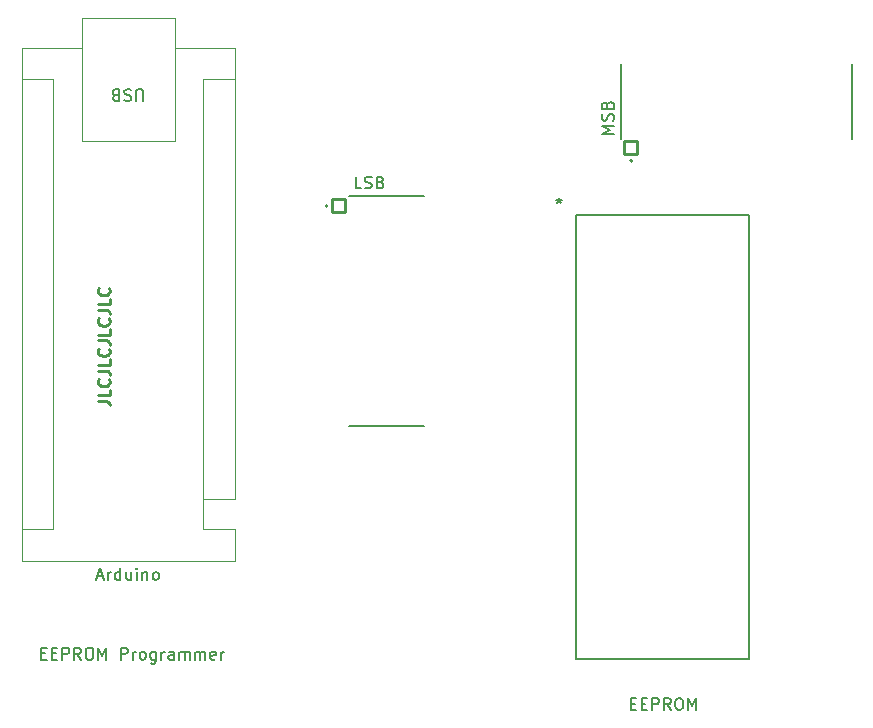
<source format=gto>
G04 #@! TF.GenerationSoftware,KiCad,Pcbnew,9.0.0*
G04 #@! TF.CreationDate,2025-03-04T20:42:06+02:00*
G04 #@! TF.ProjectId,EEPROMProgrammer,45455052-4f4d-4507-926f-6772616d6d65,rev?*
G04 #@! TF.SameCoordinates,Original*
G04 #@! TF.FileFunction,Legend,Top*
G04 #@! TF.FilePolarity,Positive*
%FSLAX46Y46*%
G04 Gerber Fmt 4.6, Leading zero omitted, Abs format (unit mm)*
G04 Created by KiCad (PCBNEW 9.0.0) date 2025-03-04 20:42:06*
%MOMM*%
%LPD*%
G01*
G04 APERTURE LIST*
G04 Aperture macros list*
%AMRoundRect*
0 Rectangle with rounded corners*
0 $1 Rounding radius*
0 $2 $3 $4 $5 $6 $7 $8 $9 X,Y pos of 4 corners*
0 Add a 4 corners polygon primitive as box body*
4,1,4,$2,$3,$4,$5,$6,$7,$8,$9,$2,$3,0*
0 Add four circle primitives for the rounded corners*
1,1,$1+$1,$2,$3*
1,1,$1+$1,$4,$5*
1,1,$1+$1,$6,$7*
1,1,$1+$1,$8,$9*
0 Add four rect primitives between the rounded corners*
20,1,$1+$1,$2,$3,$4,$5,0*
20,1,$1+$1,$4,$5,$6,$7,0*
20,1,$1+$1,$6,$7,$8,$9,0*
20,1,$1+$1,$8,$9,$2,$3,0*%
G04 Aperture macros list end*
%ADD10C,0.250000*%
%ADD11C,0.150000*%
%ADD12C,0.127000*%
%ADD13C,0.200000*%
%ADD14C,0.152400*%
%ADD15C,0.120000*%
%ADD16RoundRect,0.102000X-0.565000X-0.565000X0.565000X-0.565000X0.565000X0.565000X-0.565000X0.565000X0*%
%ADD17C,1.334000*%
%ADD18RoundRect,0.102000X0.565000X-0.565000X0.565000X0.565000X-0.565000X0.565000X-0.565000X-0.565000X0*%
%ADD19R,1.524000X1.524000*%
%ADD20R,1.524000X0.635000*%
%ADD21R,1.600000X1.600000*%
%ADD22O,1.600000X1.600000*%
G04 APERTURE END LIST*
D10*
X129864619Y-69311717D02*
X130578904Y-69311717D01*
X130578904Y-69311717D02*
X130721761Y-69359336D01*
X130721761Y-69359336D02*
X130817000Y-69454574D01*
X130817000Y-69454574D02*
X130864619Y-69597431D01*
X130864619Y-69597431D02*
X130864619Y-69692669D01*
X130864619Y-68359336D02*
X130864619Y-68835526D01*
X130864619Y-68835526D02*
X129864619Y-68835526D01*
X130769380Y-67454574D02*
X130817000Y-67502193D01*
X130817000Y-67502193D02*
X130864619Y-67645050D01*
X130864619Y-67645050D02*
X130864619Y-67740288D01*
X130864619Y-67740288D02*
X130817000Y-67883145D01*
X130817000Y-67883145D02*
X130721761Y-67978383D01*
X130721761Y-67978383D02*
X130626523Y-68026002D01*
X130626523Y-68026002D02*
X130436047Y-68073621D01*
X130436047Y-68073621D02*
X130293190Y-68073621D01*
X130293190Y-68073621D02*
X130102714Y-68026002D01*
X130102714Y-68026002D02*
X130007476Y-67978383D01*
X130007476Y-67978383D02*
X129912238Y-67883145D01*
X129912238Y-67883145D02*
X129864619Y-67740288D01*
X129864619Y-67740288D02*
X129864619Y-67645050D01*
X129864619Y-67645050D02*
X129912238Y-67502193D01*
X129912238Y-67502193D02*
X129959857Y-67454574D01*
X129864619Y-66740288D02*
X130578904Y-66740288D01*
X130578904Y-66740288D02*
X130721761Y-66787907D01*
X130721761Y-66787907D02*
X130817000Y-66883145D01*
X130817000Y-66883145D02*
X130864619Y-67026002D01*
X130864619Y-67026002D02*
X130864619Y-67121240D01*
X130864619Y-65787907D02*
X130864619Y-66264097D01*
X130864619Y-66264097D02*
X129864619Y-66264097D01*
X130769380Y-64883145D02*
X130817000Y-64930764D01*
X130817000Y-64930764D02*
X130864619Y-65073621D01*
X130864619Y-65073621D02*
X130864619Y-65168859D01*
X130864619Y-65168859D02*
X130817000Y-65311716D01*
X130817000Y-65311716D02*
X130721761Y-65406954D01*
X130721761Y-65406954D02*
X130626523Y-65454573D01*
X130626523Y-65454573D02*
X130436047Y-65502192D01*
X130436047Y-65502192D02*
X130293190Y-65502192D01*
X130293190Y-65502192D02*
X130102714Y-65454573D01*
X130102714Y-65454573D02*
X130007476Y-65406954D01*
X130007476Y-65406954D02*
X129912238Y-65311716D01*
X129912238Y-65311716D02*
X129864619Y-65168859D01*
X129864619Y-65168859D02*
X129864619Y-65073621D01*
X129864619Y-65073621D02*
X129912238Y-64930764D01*
X129912238Y-64930764D02*
X129959857Y-64883145D01*
X129864619Y-64168859D02*
X130578904Y-64168859D01*
X130578904Y-64168859D02*
X130721761Y-64216478D01*
X130721761Y-64216478D02*
X130817000Y-64311716D01*
X130817000Y-64311716D02*
X130864619Y-64454573D01*
X130864619Y-64454573D02*
X130864619Y-64549811D01*
X130864619Y-63216478D02*
X130864619Y-63692668D01*
X130864619Y-63692668D02*
X129864619Y-63692668D01*
X130769380Y-62311716D02*
X130817000Y-62359335D01*
X130817000Y-62359335D02*
X130864619Y-62502192D01*
X130864619Y-62502192D02*
X130864619Y-62597430D01*
X130864619Y-62597430D02*
X130817000Y-62740287D01*
X130817000Y-62740287D02*
X130721761Y-62835525D01*
X130721761Y-62835525D02*
X130626523Y-62883144D01*
X130626523Y-62883144D02*
X130436047Y-62930763D01*
X130436047Y-62930763D02*
X130293190Y-62930763D01*
X130293190Y-62930763D02*
X130102714Y-62883144D01*
X130102714Y-62883144D02*
X130007476Y-62835525D01*
X130007476Y-62835525D02*
X129912238Y-62740287D01*
X129912238Y-62740287D02*
X129864619Y-62597430D01*
X129864619Y-62597430D02*
X129864619Y-62502192D01*
X129864619Y-62502192D02*
X129912238Y-62359335D01*
X129912238Y-62359335D02*
X129959857Y-62311716D01*
X129864619Y-61597430D02*
X130578904Y-61597430D01*
X130578904Y-61597430D02*
X130721761Y-61645049D01*
X130721761Y-61645049D02*
X130817000Y-61740287D01*
X130817000Y-61740287D02*
X130864619Y-61883144D01*
X130864619Y-61883144D02*
X130864619Y-61978382D01*
X130864619Y-60645049D02*
X130864619Y-61121239D01*
X130864619Y-61121239D02*
X129864619Y-61121239D01*
X130769380Y-59740287D02*
X130817000Y-59787906D01*
X130817000Y-59787906D02*
X130864619Y-59930763D01*
X130864619Y-59930763D02*
X130864619Y-60026001D01*
X130864619Y-60026001D02*
X130817000Y-60168858D01*
X130817000Y-60168858D02*
X130721761Y-60264096D01*
X130721761Y-60264096D02*
X130626523Y-60311715D01*
X130626523Y-60311715D02*
X130436047Y-60359334D01*
X130436047Y-60359334D02*
X130293190Y-60359334D01*
X130293190Y-60359334D02*
X130102714Y-60311715D01*
X130102714Y-60311715D02*
X130007476Y-60264096D01*
X130007476Y-60264096D02*
X129912238Y-60168858D01*
X129912238Y-60168858D02*
X129864619Y-60026001D01*
X129864619Y-60026001D02*
X129864619Y-59930763D01*
X129864619Y-59930763D02*
X129912238Y-59787906D01*
X129912238Y-59787906D02*
X129959857Y-59740287D01*
D11*
X152178333Y-51309819D02*
X151702143Y-51309819D01*
X151702143Y-51309819D02*
X151702143Y-50309819D01*
X152464048Y-51262200D02*
X152606905Y-51309819D01*
X152606905Y-51309819D02*
X152845000Y-51309819D01*
X152845000Y-51309819D02*
X152940238Y-51262200D01*
X152940238Y-51262200D02*
X152987857Y-51214580D01*
X152987857Y-51214580D02*
X153035476Y-51119342D01*
X153035476Y-51119342D02*
X153035476Y-51024104D01*
X153035476Y-51024104D02*
X152987857Y-50928866D01*
X152987857Y-50928866D02*
X152940238Y-50881247D01*
X152940238Y-50881247D02*
X152845000Y-50833628D01*
X152845000Y-50833628D02*
X152654524Y-50786009D01*
X152654524Y-50786009D02*
X152559286Y-50738390D01*
X152559286Y-50738390D02*
X152511667Y-50690771D01*
X152511667Y-50690771D02*
X152464048Y-50595533D01*
X152464048Y-50595533D02*
X152464048Y-50500295D01*
X152464048Y-50500295D02*
X152511667Y-50405057D01*
X152511667Y-50405057D02*
X152559286Y-50357438D01*
X152559286Y-50357438D02*
X152654524Y-50309819D01*
X152654524Y-50309819D02*
X152892619Y-50309819D01*
X152892619Y-50309819D02*
X153035476Y-50357438D01*
X153797381Y-50786009D02*
X153940238Y-50833628D01*
X153940238Y-50833628D02*
X153987857Y-50881247D01*
X153987857Y-50881247D02*
X154035476Y-50976485D01*
X154035476Y-50976485D02*
X154035476Y-51119342D01*
X154035476Y-51119342D02*
X153987857Y-51214580D01*
X153987857Y-51214580D02*
X153940238Y-51262200D01*
X153940238Y-51262200D02*
X153845000Y-51309819D01*
X153845000Y-51309819D02*
X153464048Y-51309819D01*
X153464048Y-51309819D02*
X153464048Y-50309819D01*
X153464048Y-50309819D02*
X153797381Y-50309819D01*
X153797381Y-50309819D02*
X153892619Y-50357438D01*
X153892619Y-50357438D02*
X153940238Y-50405057D01*
X153940238Y-50405057D02*
X153987857Y-50500295D01*
X153987857Y-50500295D02*
X153987857Y-50595533D01*
X153987857Y-50595533D02*
X153940238Y-50690771D01*
X153940238Y-50690771D02*
X153892619Y-50738390D01*
X153892619Y-50738390D02*
X153797381Y-50786009D01*
X153797381Y-50786009D02*
X153464048Y-50786009D01*
X173529819Y-46664523D02*
X172529819Y-46664523D01*
X172529819Y-46664523D02*
X173244104Y-46331190D01*
X173244104Y-46331190D02*
X172529819Y-45997857D01*
X172529819Y-45997857D02*
X173529819Y-45997857D01*
X173482200Y-45569285D02*
X173529819Y-45426428D01*
X173529819Y-45426428D02*
X173529819Y-45188333D01*
X173529819Y-45188333D02*
X173482200Y-45093095D01*
X173482200Y-45093095D02*
X173434580Y-45045476D01*
X173434580Y-45045476D02*
X173339342Y-44997857D01*
X173339342Y-44997857D02*
X173244104Y-44997857D01*
X173244104Y-44997857D02*
X173148866Y-45045476D01*
X173148866Y-45045476D02*
X173101247Y-45093095D01*
X173101247Y-45093095D02*
X173053628Y-45188333D01*
X173053628Y-45188333D02*
X173006009Y-45378809D01*
X173006009Y-45378809D02*
X172958390Y-45474047D01*
X172958390Y-45474047D02*
X172910771Y-45521666D01*
X172910771Y-45521666D02*
X172815533Y-45569285D01*
X172815533Y-45569285D02*
X172720295Y-45569285D01*
X172720295Y-45569285D02*
X172625057Y-45521666D01*
X172625057Y-45521666D02*
X172577438Y-45474047D01*
X172577438Y-45474047D02*
X172529819Y-45378809D01*
X172529819Y-45378809D02*
X172529819Y-45140714D01*
X172529819Y-45140714D02*
X172577438Y-44997857D01*
X173006009Y-44235952D02*
X173053628Y-44093095D01*
X173053628Y-44093095D02*
X173101247Y-44045476D01*
X173101247Y-44045476D02*
X173196485Y-43997857D01*
X173196485Y-43997857D02*
X173339342Y-43997857D01*
X173339342Y-43997857D02*
X173434580Y-44045476D01*
X173434580Y-44045476D02*
X173482200Y-44093095D01*
X173482200Y-44093095D02*
X173529819Y-44188333D01*
X173529819Y-44188333D02*
X173529819Y-44569285D01*
X173529819Y-44569285D02*
X172529819Y-44569285D01*
X172529819Y-44569285D02*
X172529819Y-44235952D01*
X172529819Y-44235952D02*
X172577438Y-44140714D01*
X172577438Y-44140714D02*
X172625057Y-44093095D01*
X172625057Y-44093095D02*
X172720295Y-44045476D01*
X172720295Y-44045476D02*
X172815533Y-44045476D01*
X172815533Y-44045476D02*
X172910771Y-44093095D01*
X172910771Y-44093095D02*
X172958390Y-44140714D01*
X172958390Y-44140714D02*
X173006009Y-44235952D01*
X173006009Y-44235952D02*
X173006009Y-44569285D01*
X174988095Y-94931009D02*
X175321428Y-94931009D01*
X175464285Y-95454819D02*
X174988095Y-95454819D01*
X174988095Y-95454819D02*
X174988095Y-94454819D01*
X174988095Y-94454819D02*
X175464285Y-94454819D01*
X175892857Y-94931009D02*
X176226190Y-94931009D01*
X176369047Y-95454819D02*
X175892857Y-95454819D01*
X175892857Y-95454819D02*
X175892857Y-94454819D01*
X175892857Y-94454819D02*
X176369047Y-94454819D01*
X176797619Y-95454819D02*
X176797619Y-94454819D01*
X176797619Y-94454819D02*
X177178571Y-94454819D01*
X177178571Y-94454819D02*
X177273809Y-94502438D01*
X177273809Y-94502438D02*
X177321428Y-94550057D01*
X177321428Y-94550057D02*
X177369047Y-94645295D01*
X177369047Y-94645295D02*
X177369047Y-94788152D01*
X177369047Y-94788152D02*
X177321428Y-94883390D01*
X177321428Y-94883390D02*
X177273809Y-94931009D01*
X177273809Y-94931009D02*
X177178571Y-94978628D01*
X177178571Y-94978628D02*
X176797619Y-94978628D01*
X178369047Y-95454819D02*
X178035714Y-94978628D01*
X177797619Y-95454819D02*
X177797619Y-94454819D01*
X177797619Y-94454819D02*
X178178571Y-94454819D01*
X178178571Y-94454819D02*
X178273809Y-94502438D01*
X178273809Y-94502438D02*
X178321428Y-94550057D01*
X178321428Y-94550057D02*
X178369047Y-94645295D01*
X178369047Y-94645295D02*
X178369047Y-94788152D01*
X178369047Y-94788152D02*
X178321428Y-94883390D01*
X178321428Y-94883390D02*
X178273809Y-94931009D01*
X178273809Y-94931009D02*
X178178571Y-94978628D01*
X178178571Y-94978628D02*
X177797619Y-94978628D01*
X178988095Y-94454819D02*
X179178571Y-94454819D01*
X179178571Y-94454819D02*
X179273809Y-94502438D01*
X179273809Y-94502438D02*
X179369047Y-94597676D01*
X179369047Y-94597676D02*
X179416666Y-94788152D01*
X179416666Y-94788152D02*
X179416666Y-95121485D01*
X179416666Y-95121485D02*
X179369047Y-95311961D01*
X179369047Y-95311961D02*
X179273809Y-95407200D01*
X179273809Y-95407200D02*
X179178571Y-95454819D01*
X179178571Y-95454819D02*
X178988095Y-95454819D01*
X178988095Y-95454819D02*
X178892857Y-95407200D01*
X178892857Y-95407200D02*
X178797619Y-95311961D01*
X178797619Y-95311961D02*
X178750000Y-95121485D01*
X178750000Y-95121485D02*
X178750000Y-94788152D01*
X178750000Y-94788152D02*
X178797619Y-94597676D01*
X178797619Y-94597676D02*
X178892857Y-94502438D01*
X178892857Y-94502438D02*
X178988095Y-94454819D01*
X179845238Y-95454819D02*
X179845238Y-94454819D01*
X179845238Y-94454819D02*
X180178571Y-95169104D01*
X180178571Y-95169104D02*
X180511904Y-94454819D01*
X180511904Y-94454819D02*
X180511904Y-95454819D01*
X168900000Y-52154819D02*
X168900000Y-52392914D01*
X168661905Y-52297676D02*
X168900000Y-52392914D01*
X168900000Y-52392914D02*
X169138095Y-52297676D01*
X168757143Y-52583390D02*
X168900000Y-52392914D01*
X168900000Y-52392914D02*
X169042857Y-52583390D01*
X125059523Y-90681009D02*
X125392856Y-90681009D01*
X125535713Y-91204819D02*
X125059523Y-91204819D01*
X125059523Y-91204819D02*
X125059523Y-90204819D01*
X125059523Y-90204819D02*
X125535713Y-90204819D01*
X125964285Y-90681009D02*
X126297618Y-90681009D01*
X126440475Y-91204819D02*
X125964285Y-91204819D01*
X125964285Y-91204819D02*
X125964285Y-90204819D01*
X125964285Y-90204819D02*
X126440475Y-90204819D01*
X126869047Y-91204819D02*
X126869047Y-90204819D01*
X126869047Y-90204819D02*
X127249999Y-90204819D01*
X127249999Y-90204819D02*
X127345237Y-90252438D01*
X127345237Y-90252438D02*
X127392856Y-90300057D01*
X127392856Y-90300057D02*
X127440475Y-90395295D01*
X127440475Y-90395295D02*
X127440475Y-90538152D01*
X127440475Y-90538152D02*
X127392856Y-90633390D01*
X127392856Y-90633390D02*
X127345237Y-90681009D01*
X127345237Y-90681009D02*
X127249999Y-90728628D01*
X127249999Y-90728628D02*
X126869047Y-90728628D01*
X128440475Y-91204819D02*
X128107142Y-90728628D01*
X127869047Y-91204819D02*
X127869047Y-90204819D01*
X127869047Y-90204819D02*
X128249999Y-90204819D01*
X128249999Y-90204819D02*
X128345237Y-90252438D01*
X128345237Y-90252438D02*
X128392856Y-90300057D01*
X128392856Y-90300057D02*
X128440475Y-90395295D01*
X128440475Y-90395295D02*
X128440475Y-90538152D01*
X128440475Y-90538152D02*
X128392856Y-90633390D01*
X128392856Y-90633390D02*
X128345237Y-90681009D01*
X128345237Y-90681009D02*
X128249999Y-90728628D01*
X128249999Y-90728628D02*
X127869047Y-90728628D01*
X129059523Y-90204819D02*
X129249999Y-90204819D01*
X129249999Y-90204819D02*
X129345237Y-90252438D01*
X129345237Y-90252438D02*
X129440475Y-90347676D01*
X129440475Y-90347676D02*
X129488094Y-90538152D01*
X129488094Y-90538152D02*
X129488094Y-90871485D01*
X129488094Y-90871485D02*
X129440475Y-91061961D01*
X129440475Y-91061961D02*
X129345237Y-91157200D01*
X129345237Y-91157200D02*
X129249999Y-91204819D01*
X129249999Y-91204819D02*
X129059523Y-91204819D01*
X129059523Y-91204819D02*
X128964285Y-91157200D01*
X128964285Y-91157200D02*
X128869047Y-91061961D01*
X128869047Y-91061961D02*
X128821428Y-90871485D01*
X128821428Y-90871485D02*
X128821428Y-90538152D01*
X128821428Y-90538152D02*
X128869047Y-90347676D01*
X128869047Y-90347676D02*
X128964285Y-90252438D01*
X128964285Y-90252438D02*
X129059523Y-90204819D01*
X129916666Y-91204819D02*
X129916666Y-90204819D01*
X129916666Y-90204819D02*
X130249999Y-90919104D01*
X130249999Y-90919104D02*
X130583332Y-90204819D01*
X130583332Y-90204819D02*
X130583332Y-91204819D01*
X131821428Y-91204819D02*
X131821428Y-90204819D01*
X131821428Y-90204819D02*
X132202380Y-90204819D01*
X132202380Y-90204819D02*
X132297618Y-90252438D01*
X132297618Y-90252438D02*
X132345237Y-90300057D01*
X132345237Y-90300057D02*
X132392856Y-90395295D01*
X132392856Y-90395295D02*
X132392856Y-90538152D01*
X132392856Y-90538152D02*
X132345237Y-90633390D01*
X132345237Y-90633390D02*
X132297618Y-90681009D01*
X132297618Y-90681009D02*
X132202380Y-90728628D01*
X132202380Y-90728628D02*
X131821428Y-90728628D01*
X132821428Y-91204819D02*
X132821428Y-90538152D01*
X132821428Y-90728628D02*
X132869047Y-90633390D01*
X132869047Y-90633390D02*
X132916666Y-90585771D01*
X132916666Y-90585771D02*
X133011904Y-90538152D01*
X133011904Y-90538152D02*
X133107142Y-90538152D01*
X133583333Y-91204819D02*
X133488095Y-91157200D01*
X133488095Y-91157200D02*
X133440476Y-91109580D01*
X133440476Y-91109580D02*
X133392857Y-91014342D01*
X133392857Y-91014342D02*
X133392857Y-90728628D01*
X133392857Y-90728628D02*
X133440476Y-90633390D01*
X133440476Y-90633390D02*
X133488095Y-90585771D01*
X133488095Y-90585771D02*
X133583333Y-90538152D01*
X133583333Y-90538152D02*
X133726190Y-90538152D01*
X133726190Y-90538152D02*
X133821428Y-90585771D01*
X133821428Y-90585771D02*
X133869047Y-90633390D01*
X133869047Y-90633390D02*
X133916666Y-90728628D01*
X133916666Y-90728628D02*
X133916666Y-91014342D01*
X133916666Y-91014342D02*
X133869047Y-91109580D01*
X133869047Y-91109580D02*
X133821428Y-91157200D01*
X133821428Y-91157200D02*
X133726190Y-91204819D01*
X133726190Y-91204819D02*
X133583333Y-91204819D01*
X134773809Y-90538152D02*
X134773809Y-91347676D01*
X134773809Y-91347676D02*
X134726190Y-91442914D01*
X134726190Y-91442914D02*
X134678571Y-91490533D01*
X134678571Y-91490533D02*
X134583333Y-91538152D01*
X134583333Y-91538152D02*
X134440476Y-91538152D01*
X134440476Y-91538152D02*
X134345238Y-91490533D01*
X134773809Y-91157200D02*
X134678571Y-91204819D01*
X134678571Y-91204819D02*
X134488095Y-91204819D01*
X134488095Y-91204819D02*
X134392857Y-91157200D01*
X134392857Y-91157200D02*
X134345238Y-91109580D01*
X134345238Y-91109580D02*
X134297619Y-91014342D01*
X134297619Y-91014342D02*
X134297619Y-90728628D01*
X134297619Y-90728628D02*
X134345238Y-90633390D01*
X134345238Y-90633390D02*
X134392857Y-90585771D01*
X134392857Y-90585771D02*
X134488095Y-90538152D01*
X134488095Y-90538152D02*
X134678571Y-90538152D01*
X134678571Y-90538152D02*
X134773809Y-90585771D01*
X135250000Y-91204819D02*
X135250000Y-90538152D01*
X135250000Y-90728628D02*
X135297619Y-90633390D01*
X135297619Y-90633390D02*
X135345238Y-90585771D01*
X135345238Y-90585771D02*
X135440476Y-90538152D01*
X135440476Y-90538152D02*
X135535714Y-90538152D01*
X136297619Y-91204819D02*
X136297619Y-90681009D01*
X136297619Y-90681009D02*
X136250000Y-90585771D01*
X136250000Y-90585771D02*
X136154762Y-90538152D01*
X136154762Y-90538152D02*
X135964286Y-90538152D01*
X135964286Y-90538152D02*
X135869048Y-90585771D01*
X136297619Y-91157200D02*
X136202381Y-91204819D01*
X136202381Y-91204819D02*
X135964286Y-91204819D01*
X135964286Y-91204819D02*
X135869048Y-91157200D01*
X135869048Y-91157200D02*
X135821429Y-91061961D01*
X135821429Y-91061961D02*
X135821429Y-90966723D01*
X135821429Y-90966723D02*
X135869048Y-90871485D01*
X135869048Y-90871485D02*
X135964286Y-90823866D01*
X135964286Y-90823866D02*
X136202381Y-90823866D01*
X136202381Y-90823866D02*
X136297619Y-90776247D01*
X136773810Y-91204819D02*
X136773810Y-90538152D01*
X136773810Y-90633390D02*
X136821429Y-90585771D01*
X136821429Y-90585771D02*
X136916667Y-90538152D01*
X136916667Y-90538152D02*
X137059524Y-90538152D01*
X137059524Y-90538152D02*
X137154762Y-90585771D01*
X137154762Y-90585771D02*
X137202381Y-90681009D01*
X137202381Y-90681009D02*
X137202381Y-91204819D01*
X137202381Y-90681009D02*
X137250000Y-90585771D01*
X137250000Y-90585771D02*
X137345238Y-90538152D01*
X137345238Y-90538152D02*
X137488095Y-90538152D01*
X137488095Y-90538152D02*
X137583334Y-90585771D01*
X137583334Y-90585771D02*
X137630953Y-90681009D01*
X137630953Y-90681009D02*
X137630953Y-91204819D01*
X138107143Y-91204819D02*
X138107143Y-90538152D01*
X138107143Y-90633390D02*
X138154762Y-90585771D01*
X138154762Y-90585771D02*
X138250000Y-90538152D01*
X138250000Y-90538152D02*
X138392857Y-90538152D01*
X138392857Y-90538152D02*
X138488095Y-90585771D01*
X138488095Y-90585771D02*
X138535714Y-90681009D01*
X138535714Y-90681009D02*
X138535714Y-91204819D01*
X138535714Y-90681009D02*
X138583333Y-90585771D01*
X138583333Y-90585771D02*
X138678571Y-90538152D01*
X138678571Y-90538152D02*
X138821428Y-90538152D01*
X138821428Y-90538152D02*
X138916667Y-90585771D01*
X138916667Y-90585771D02*
X138964286Y-90681009D01*
X138964286Y-90681009D02*
X138964286Y-91204819D01*
X139821428Y-91157200D02*
X139726190Y-91204819D01*
X139726190Y-91204819D02*
X139535714Y-91204819D01*
X139535714Y-91204819D02*
X139440476Y-91157200D01*
X139440476Y-91157200D02*
X139392857Y-91061961D01*
X139392857Y-91061961D02*
X139392857Y-90681009D01*
X139392857Y-90681009D02*
X139440476Y-90585771D01*
X139440476Y-90585771D02*
X139535714Y-90538152D01*
X139535714Y-90538152D02*
X139726190Y-90538152D01*
X139726190Y-90538152D02*
X139821428Y-90585771D01*
X139821428Y-90585771D02*
X139869047Y-90681009D01*
X139869047Y-90681009D02*
X139869047Y-90776247D01*
X139869047Y-90776247D02*
X139392857Y-90871485D01*
X140297619Y-91204819D02*
X140297619Y-90538152D01*
X140297619Y-90728628D02*
X140345238Y-90633390D01*
X140345238Y-90633390D02*
X140392857Y-90585771D01*
X140392857Y-90585771D02*
X140488095Y-90538152D01*
X140488095Y-90538152D02*
X140583333Y-90538152D01*
X168900000Y-52154819D02*
X168900000Y-52392914D01*
X168661905Y-52297676D02*
X168900000Y-52392914D01*
X168900000Y-52392914D02*
X169138095Y-52297676D01*
X168757143Y-52583390D02*
X168900000Y-52392914D01*
X168900000Y-52392914D02*
X169042857Y-52583390D01*
X129824762Y-84169104D02*
X130300952Y-84169104D01*
X129729524Y-84454819D02*
X130062857Y-83454819D01*
X130062857Y-83454819D02*
X130396190Y-84454819D01*
X130729524Y-84454819D02*
X130729524Y-83788152D01*
X130729524Y-83978628D02*
X130777143Y-83883390D01*
X130777143Y-83883390D02*
X130824762Y-83835771D01*
X130824762Y-83835771D02*
X130920000Y-83788152D01*
X130920000Y-83788152D02*
X131015238Y-83788152D01*
X131777143Y-84454819D02*
X131777143Y-83454819D01*
X131777143Y-84407200D02*
X131681905Y-84454819D01*
X131681905Y-84454819D02*
X131491429Y-84454819D01*
X131491429Y-84454819D02*
X131396191Y-84407200D01*
X131396191Y-84407200D02*
X131348572Y-84359580D01*
X131348572Y-84359580D02*
X131300953Y-84264342D01*
X131300953Y-84264342D02*
X131300953Y-83978628D01*
X131300953Y-83978628D02*
X131348572Y-83883390D01*
X131348572Y-83883390D02*
X131396191Y-83835771D01*
X131396191Y-83835771D02*
X131491429Y-83788152D01*
X131491429Y-83788152D02*
X131681905Y-83788152D01*
X131681905Y-83788152D02*
X131777143Y-83835771D01*
X132681905Y-83788152D02*
X132681905Y-84454819D01*
X132253334Y-83788152D02*
X132253334Y-84311961D01*
X132253334Y-84311961D02*
X132300953Y-84407200D01*
X132300953Y-84407200D02*
X132396191Y-84454819D01*
X132396191Y-84454819D02*
X132539048Y-84454819D01*
X132539048Y-84454819D02*
X132634286Y-84407200D01*
X132634286Y-84407200D02*
X132681905Y-84359580D01*
X133158096Y-84454819D02*
X133158096Y-83788152D01*
X133158096Y-83454819D02*
X133110477Y-83502438D01*
X133110477Y-83502438D02*
X133158096Y-83550057D01*
X133158096Y-83550057D02*
X133205715Y-83502438D01*
X133205715Y-83502438D02*
X133158096Y-83454819D01*
X133158096Y-83454819D02*
X133158096Y-83550057D01*
X133634286Y-83788152D02*
X133634286Y-84454819D01*
X133634286Y-83883390D02*
X133681905Y-83835771D01*
X133681905Y-83835771D02*
X133777143Y-83788152D01*
X133777143Y-83788152D02*
X133920000Y-83788152D01*
X133920000Y-83788152D02*
X134015238Y-83835771D01*
X134015238Y-83835771D02*
X134062857Y-83931009D01*
X134062857Y-83931009D02*
X134062857Y-84454819D01*
X134681905Y-84454819D02*
X134586667Y-84407200D01*
X134586667Y-84407200D02*
X134539048Y-84359580D01*
X134539048Y-84359580D02*
X134491429Y-84264342D01*
X134491429Y-84264342D02*
X134491429Y-83978628D01*
X134491429Y-83978628D02*
X134539048Y-83883390D01*
X134539048Y-83883390D02*
X134586667Y-83835771D01*
X134586667Y-83835771D02*
X134681905Y-83788152D01*
X134681905Y-83788152D02*
X134824762Y-83788152D01*
X134824762Y-83788152D02*
X134920000Y-83835771D01*
X134920000Y-83835771D02*
X134967619Y-83883390D01*
X134967619Y-83883390D02*
X135015238Y-83978628D01*
X135015238Y-83978628D02*
X135015238Y-84264342D01*
X135015238Y-84264342D02*
X134967619Y-84359580D01*
X134967619Y-84359580D02*
X134920000Y-84407200D01*
X134920000Y-84407200D02*
X134824762Y-84454819D01*
X134824762Y-84454819D02*
X134681905Y-84454819D01*
X133681904Y-43905180D02*
X133681904Y-43095657D01*
X133681904Y-43095657D02*
X133634285Y-43000419D01*
X133634285Y-43000419D02*
X133586666Y-42952800D01*
X133586666Y-42952800D02*
X133491428Y-42905180D01*
X133491428Y-42905180D02*
X133300952Y-42905180D01*
X133300952Y-42905180D02*
X133205714Y-42952800D01*
X133205714Y-42952800D02*
X133158095Y-43000419D01*
X133158095Y-43000419D02*
X133110476Y-43095657D01*
X133110476Y-43095657D02*
X133110476Y-43905180D01*
X132681904Y-42952800D02*
X132539047Y-42905180D01*
X132539047Y-42905180D02*
X132300952Y-42905180D01*
X132300952Y-42905180D02*
X132205714Y-42952800D01*
X132205714Y-42952800D02*
X132158095Y-43000419D01*
X132158095Y-43000419D02*
X132110476Y-43095657D01*
X132110476Y-43095657D02*
X132110476Y-43190895D01*
X132110476Y-43190895D02*
X132158095Y-43286133D01*
X132158095Y-43286133D02*
X132205714Y-43333752D01*
X132205714Y-43333752D02*
X132300952Y-43381371D01*
X132300952Y-43381371D02*
X132491428Y-43428990D01*
X132491428Y-43428990D02*
X132586666Y-43476609D01*
X132586666Y-43476609D02*
X132634285Y-43524228D01*
X132634285Y-43524228D02*
X132681904Y-43619466D01*
X132681904Y-43619466D02*
X132681904Y-43714704D01*
X132681904Y-43714704D02*
X132634285Y-43809942D01*
X132634285Y-43809942D02*
X132586666Y-43857561D01*
X132586666Y-43857561D02*
X132491428Y-43905180D01*
X132491428Y-43905180D02*
X132253333Y-43905180D01*
X132253333Y-43905180D02*
X132110476Y-43857561D01*
X131348571Y-43428990D02*
X131205714Y-43381371D01*
X131205714Y-43381371D02*
X131158095Y-43333752D01*
X131158095Y-43333752D02*
X131110476Y-43238514D01*
X131110476Y-43238514D02*
X131110476Y-43095657D01*
X131110476Y-43095657D02*
X131158095Y-43000419D01*
X131158095Y-43000419D02*
X131205714Y-42952800D01*
X131205714Y-42952800D02*
X131300952Y-42905180D01*
X131300952Y-42905180D02*
X131681904Y-42905180D01*
X131681904Y-42905180D02*
X131681904Y-43905180D01*
X131681904Y-43905180D02*
X131348571Y-43905180D01*
X131348571Y-43905180D02*
X131253333Y-43857561D01*
X131253333Y-43857561D02*
X131205714Y-43809942D01*
X131205714Y-43809942D02*
X131158095Y-43714704D01*
X131158095Y-43714704D02*
X131158095Y-43619466D01*
X131158095Y-43619466D02*
X131205714Y-43524228D01*
X131205714Y-43524228D02*
X131253333Y-43476609D01*
X131253333Y-43476609D02*
X131348571Y-43428990D01*
X131348571Y-43428990D02*
X131681904Y-43428990D01*
D12*
X151095000Y-51915000D02*
X157445000Y-51915000D01*
X151095000Y-71465000D02*
X157445000Y-71465000D01*
D13*
X149335000Y-52800000D02*
G75*
G02*
X149135000Y-52800000I-100000J0D01*
G01*
X149135000Y-52800000D02*
G75*
G02*
X149335000Y-52800000I100000J0D01*
G01*
D12*
X174135000Y-47105000D02*
X174135000Y-40755000D01*
X193685000Y-47105000D02*
X193685000Y-40755000D01*
D13*
X175120000Y-48965000D02*
G75*
G02*
X174920000Y-48965000I-100000J0D01*
G01*
X174920000Y-48965000D02*
G75*
G02*
X175120000Y-48965000I100000J0D01*
G01*
D14*
X170322400Y-53601700D02*
X170322400Y-91168300D01*
X170322400Y-91168300D02*
X184978200Y-91168300D01*
X184978200Y-53601700D02*
X170322400Y-53601700D01*
X184978200Y-91168300D02*
X184978200Y-53601700D01*
D15*
X123400000Y-39420000D02*
X123400000Y-82860000D01*
X123400000Y-39420000D02*
X128480000Y-39420000D01*
X123400000Y-82860000D02*
X141440000Y-82860000D01*
X126070000Y-42090000D02*
X123400000Y-42090000D01*
X126070000Y-80190000D02*
X123400000Y-80190000D01*
X126070000Y-80190000D02*
X126070000Y-42090000D01*
X128480000Y-36880000D02*
X136360000Y-36880000D01*
X128480000Y-47300000D02*
X128480000Y-36880000D01*
X136360000Y-36880000D02*
X136360000Y-47300000D01*
X136360000Y-47300000D02*
X128480000Y-47300000D01*
X138770000Y-42090000D02*
X141440000Y-42090000D01*
X138770000Y-77650000D02*
X138770000Y-42090000D01*
X138770000Y-77650000D02*
X138770000Y-80190000D01*
X138770000Y-77650000D02*
X141440000Y-77650000D01*
X138770000Y-80190000D02*
X141440000Y-80190000D01*
X141440000Y-39420000D02*
X136360000Y-39420000D01*
X141440000Y-77650000D02*
X141440000Y-39420000D01*
X141440000Y-82860000D02*
X141440000Y-80190000D01*
%LPC*%
D16*
X150300000Y-52800000D03*
D17*
X150300000Y-55340000D03*
X150300000Y-57880000D03*
X150300000Y-60420000D03*
X150300000Y-62960000D03*
X150300000Y-65500000D03*
X150300000Y-68040000D03*
X150300000Y-70580000D03*
X158240000Y-70580000D03*
X158240000Y-68040000D03*
X158240000Y-65500000D03*
X158240000Y-62960000D03*
X158240000Y-60420000D03*
X158240000Y-57880000D03*
X158240000Y-55340000D03*
X158240000Y-52800000D03*
D18*
X175020000Y-47900000D03*
D17*
X177560000Y-47900000D03*
X180100000Y-47900000D03*
X182640000Y-47900000D03*
X185180000Y-47900000D03*
X187720000Y-47900000D03*
X190260000Y-47900000D03*
X192800000Y-47900000D03*
X192800000Y-39960000D03*
X190260000Y-39960000D03*
X187720000Y-39960000D03*
X185180000Y-39960000D03*
X182640000Y-39960000D03*
X180100000Y-39960000D03*
X177560000Y-39960000D03*
X175020000Y-39960000D03*
D19*
X168900000Y-54224000D03*
D20*
X168900000Y-57018000D03*
X168900000Y-59812000D03*
X168900000Y-62606000D03*
X168900000Y-65400000D03*
X168900000Y-68194000D03*
X168900000Y-70988000D03*
X168900000Y-73782000D03*
X168900000Y-76576000D03*
X168900000Y-79370000D03*
X168900000Y-82164000D03*
X168900000Y-84958000D03*
X168900000Y-87752000D03*
X168900000Y-90546000D03*
X186400600Y-90546000D03*
X186400600Y-87752000D03*
X186400600Y-84958000D03*
X186400600Y-82164000D03*
X186400600Y-79370000D03*
X186400600Y-76576000D03*
X186400600Y-73782000D03*
X186400600Y-70988000D03*
X186400600Y-68194000D03*
X186400600Y-65400000D03*
X186400600Y-62606000D03*
X186400600Y-59812000D03*
X186400600Y-57018000D03*
X186400600Y-54224000D03*
D21*
X140040000Y-78920000D03*
D22*
X140040000Y-76380000D03*
X140040000Y-73840000D03*
X140040000Y-71300000D03*
X140040000Y-68760000D03*
X140040000Y-66220000D03*
X140040000Y-63680000D03*
X140040000Y-61140000D03*
X140040000Y-58600000D03*
X140040000Y-56060000D03*
X140040000Y-53520000D03*
X140040000Y-50980000D03*
X140040000Y-48440000D03*
X140040000Y-45900000D03*
X140040000Y-43360000D03*
X124800000Y-43360000D03*
X124800000Y-45900000D03*
X124800000Y-48440000D03*
X124800000Y-50980000D03*
X124800000Y-53520000D03*
X124800000Y-56060000D03*
X124800000Y-58600000D03*
X124800000Y-61140000D03*
X124800000Y-63680000D03*
X124800000Y-66220000D03*
X124800000Y-68760000D03*
X124800000Y-71300000D03*
X124800000Y-73840000D03*
X124800000Y-76380000D03*
X124800000Y-78920000D03*
%LPD*%
M02*

</source>
